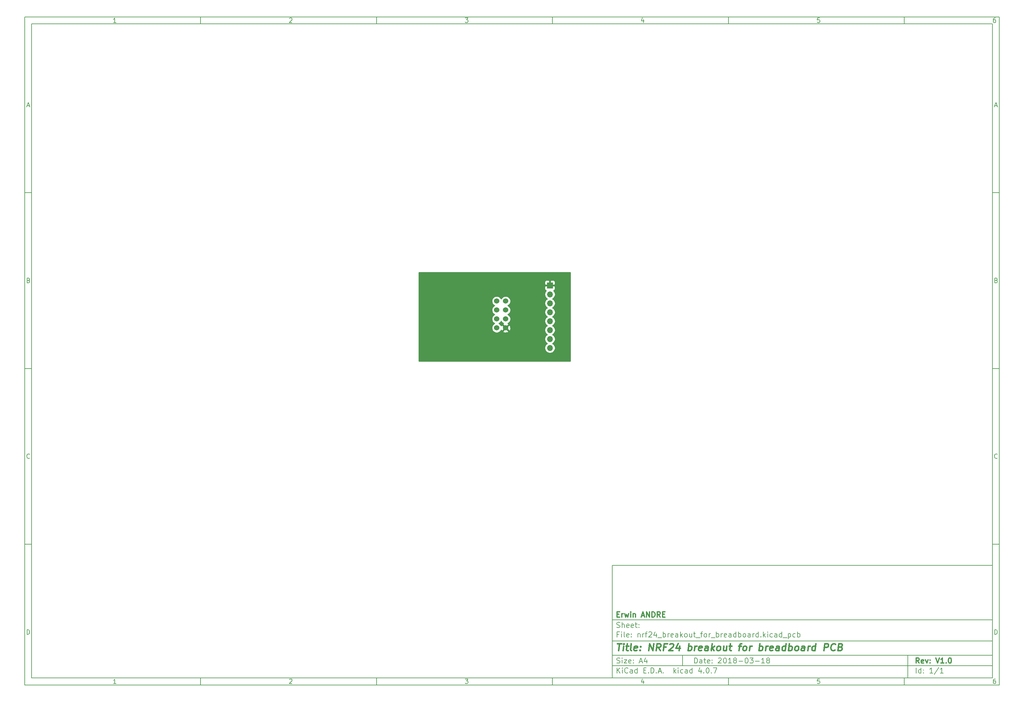
<source format=gbl>
G04 #@! TF.FileFunction,Copper,L2,Bot,Signal*
%FSLAX46Y46*%
G04 Gerber Fmt 4.6, Leading zero omitted, Abs format (unit mm)*
G04 Created by KiCad (PCBNEW 4.0.7) date 03/19/18 18:58:34*
%MOMM*%
%LPD*%
G01*
G04 APERTURE LIST*
%ADD10C,0.100000*%
%ADD11C,0.150000*%
%ADD12C,0.300000*%
%ADD13C,0.400000*%
%ADD14C,1.524000*%
%ADD15R,1.700000X1.700000*%
%ADD16O,1.700000X1.700000*%
%ADD17C,0.254000*%
G04 APERTURE END LIST*
D10*
D11*
X177002200Y-166007200D02*
X177002200Y-198007200D01*
X285002200Y-198007200D01*
X285002200Y-166007200D01*
X177002200Y-166007200D01*
D10*
D11*
X10000000Y-10000000D02*
X10000000Y-200007200D01*
X287002200Y-200007200D01*
X287002200Y-10000000D01*
X10000000Y-10000000D01*
D10*
D11*
X12000000Y-12000000D02*
X12000000Y-198007200D01*
X285002200Y-198007200D01*
X285002200Y-12000000D01*
X12000000Y-12000000D01*
D10*
D11*
X60000000Y-12000000D02*
X60000000Y-10000000D01*
D10*
D11*
X110000000Y-12000000D02*
X110000000Y-10000000D01*
D10*
D11*
X160000000Y-12000000D02*
X160000000Y-10000000D01*
D10*
D11*
X210000000Y-12000000D02*
X210000000Y-10000000D01*
D10*
D11*
X260000000Y-12000000D02*
X260000000Y-10000000D01*
D10*
D11*
X35990476Y-11588095D02*
X35247619Y-11588095D01*
X35619048Y-11588095D02*
X35619048Y-10288095D01*
X35495238Y-10473810D01*
X35371429Y-10597619D01*
X35247619Y-10659524D01*
D10*
D11*
X85247619Y-10411905D02*
X85309524Y-10350000D01*
X85433333Y-10288095D01*
X85742857Y-10288095D01*
X85866667Y-10350000D01*
X85928571Y-10411905D01*
X85990476Y-10535714D01*
X85990476Y-10659524D01*
X85928571Y-10845238D01*
X85185714Y-11588095D01*
X85990476Y-11588095D01*
D10*
D11*
X135185714Y-10288095D02*
X135990476Y-10288095D01*
X135557143Y-10783333D01*
X135742857Y-10783333D01*
X135866667Y-10845238D01*
X135928571Y-10907143D01*
X135990476Y-11030952D01*
X135990476Y-11340476D01*
X135928571Y-11464286D01*
X135866667Y-11526190D01*
X135742857Y-11588095D01*
X135371429Y-11588095D01*
X135247619Y-11526190D01*
X135185714Y-11464286D01*
D10*
D11*
X185866667Y-10721429D02*
X185866667Y-11588095D01*
X185557143Y-10226190D02*
X185247619Y-11154762D01*
X186052381Y-11154762D01*
D10*
D11*
X235928571Y-10288095D02*
X235309524Y-10288095D01*
X235247619Y-10907143D01*
X235309524Y-10845238D01*
X235433333Y-10783333D01*
X235742857Y-10783333D01*
X235866667Y-10845238D01*
X235928571Y-10907143D01*
X235990476Y-11030952D01*
X235990476Y-11340476D01*
X235928571Y-11464286D01*
X235866667Y-11526190D01*
X235742857Y-11588095D01*
X235433333Y-11588095D01*
X235309524Y-11526190D01*
X235247619Y-11464286D01*
D10*
D11*
X285866667Y-10288095D02*
X285619048Y-10288095D01*
X285495238Y-10350000D01*
X285433333Y-10411905D01*
X285309524Y-10597619D01*
X285247619Y-10845238D01*
X285247619Y-11340476D01*
X285309524Y-11464286D01*
X285371429Y-11526190D01*
X285495238Y-11588095D01*
X285742857Y-11588095D01*
X285866667Y-11526190D01*
X285928571Y-11464286D01*
X285990476Y-11340476D01*
X285990476Y-11030952D01*
X285928571Y-10907143D01*
X285866667Y-10845238D01*
X285742857Y-10783333D01*
X285495238Y-10783333D01*
X285371429Y-10845238D01*
X285309524Y-10907143D01*
X285247619Y-11030952D01*
D10*
D11*
X60000000Y-198007200D02*
X60000000Y-200007200D01*
D10*
D11*
X110000000Y-198007200D02*
X110000000Y-200007200D01*
D10*
D11*
X160000000Y-198007200D02*
X160000000Y-200007200D01*
D10*
D11*
X210000000Y-198007200D02*
X210000000Y-200007200D01*
D10*
D11*
X260000000Y-198007200D02*
X260000000Y-200007200D01*
D10*
D11*
X35990476Y-199595295D02*
X35247619Y-199595295D01*
X35619048Y-199595295D02*
X35619048Y-198295295D01*
X35495238Y-198481010D01*
X35371429Y-198604819D01*
X35247619Y-198666724D01*
D10*
D11*
X85247619Y-198419105D02*
X85309524Y-198357200D01*
X85433333Y-198295295D01*
X85742857Y-198295295D01*
X85866667Y-198357200D01*
X85928571Y-198419105D01*
X85990476Y-198542914D01*
X85990476Y-198666724D01*
X85928571Y-198852438D01*
X85185714Y-199595295D01*
X85990476Y-199595295D01*
D10*
D11*
X135185714Y-198295295D02*
X135990476Y-198295295D01*
X135557143Y-198790533D01*
X135742857Y-198790533D01*
X135866667Y-198852438D01*
X135928571Y-198914343D01*
X135990476Y-199038152D01*
X135990476Y-199347676D01*
X135928571Y-199471486D01*
X135866667Y-199533390D01*
X135742857Y-199595295D01*
X135371429Y-199595295D01*
X135247619Y-199533390D01*
X135185714Y-199471486D01*
D10*
D11*
X185866667Y-198728629D02*
X185866667Y-199595295D01*
X185557143Y-198233390D02*
X185247619Y-199161962D01*
X186052381Y-199161962D01*
D10*
D11*
X235928571Y-198295295D02*
X235309524Y-198295295D01*
X235247619Y-198914343D01*
X235309524Y-198852438D01*
X235433333Y-198790533D01*
X235742857Y-198790533D01*
X235866667Y-198852438D01*
X235928571Y-198914343D01*
X235990476Y-199038152D01*
X235990476Y-199347676D01*
X235928571Y-199471486D01*
X235866667Y-199533390D01*
X235742857Y-199595295D01*
X235433333Y-199595295D01*
X235309524Y-199533390D01*
X235247619Y-199471486D01*
D10*
D11*
X285866667Y-198295295D02*
X285619048Y-198295295D01*
X285495238Y-198357200D01*
X285433333Y-198419105D01*
X285309524Y-198604819D01*
X285247619Y-198852438D01*
X285247619Y-199347676D01*
X285309524Y-199471486D01*
X285371429Y-199533390D01*
X285495238Y-199595295D01*
X285742857Y-199595295D01*
X285866667Y-199533390D01*
X285928571Y-199471486D01*
X285990476Y-199347676D01*
X285990476Y-199038152D01*
X285928571Y-198914343D01*
X285866667Y-198852438D01*
X285742857Y-198790533D01*
X285495238Y-198790533D01*
X285371429Y-198852438D01*
X285309524Y-198914343D01*
X285247619Y-199038152D01*
D10*
D11*
X10000000Y-60000000D02*
X12000000Y-60000000D01*
D10*
D11*
X10000000Y-110000000D02*
X12000000Y-110000000D01*
D10*
D11*
X10000000Y-160000000D02*
X12000000Y-160000000D01*
D10*
D11*
X10690476Y-35216667D02*
X11309524Y-35216667D01*
X10566667Y-35588095D02*
X11000000Y-34288095D01*
X11433333Y-35588095D01*
D10*
D11*
X11092857Y-84907143D02*
X11278571Y-84969048D01*
X11340476Y-85030952D01*
X11402381Y-85154762D01*
X11402381Y-85340476D01*
X11340476Y-85464286D01*
X11278571Y-85526190D01*
X11154762Y-85588095D01*
X10659524Y-85588095D01*
X10659524Y-84288095D01*
X11092857Y-84288095D01*
X11216667Y-84350000D01*
X11278571Y-84411905D01*
X11340476Y-84535714D01*
X11340476Y-84659524D01*
X11278571Y-84783333D01*
X11216667Y-84845238D01*
X11092857Y-84907143D01*
X10659524Y-84907143D01*
D10*
D11*
X11402381Y-135464286D02*
X11340476Y-135526190D01*
X11154762Y-135588095D01*
X11030952Y-135588095D01*
X10845238Y-135526190D01*
X10721429Y-135402381D01*
X10659524Y-135278571D01*
X10597619Y-135030952D01*
X10597619Y-134845238D01*
X10659524Y-134597619D01*
X10721429Y-134473810D01*
X10845238Y-134350000D01*
X11030952Y-134288095D01*
X11154762Y-134288095D01*
X11340476Y-134350000D01*
X11402381Y-134411905D01*
D10*
D11*
X10659524Y-185588095D02*
X10659524Y-184288095D01*
X10969048Y-184288095D01*
X11154762Y-184350000D01*
X11278571Y-184473810D01*
X11340476Y-184597619D01*
X11402381Y-184845238D01*
X11402381Y-185030952D01*
X11340476Y-185278571D01*
X11278571Y-185402381D01*
X11154762Y-185526190D01*
X10969048Y-185588095D01*
X10659524Y-185588095D01*
D10*
D11*
X287002200Y-60000000D02*
X285002200Y-60000000D01*
D10*
D11*
X287002200Y-110000000D02*
X285002200Y-110000000D01*
D10*
D11*
X287002200Y-160000000D02*
X285002200Y-160000000D01*
D10*
D11*
X285692676Y-35216667D02*
X286311724Y-35216667D01*
X285568867Y-35588095D02*
X286002200Y-34288095D01*
X286435533Y-35588095D01*
D10*
D11*
X286095057Y-84907143D02*
X286280771Y-84969048D01*
X286342676Y-85030952D01*
X286404581Y-85154762D01*
X286404581Y-85340476D01*
X286342676Y-85464286D01*
X286280771Y-85526190D01*
X286156962Y-85588095D01*
X285661724Y-85588095D01*
X285661724Y-84288095D01*
X286095057Y-84288095D01*
X286218867Y-84350000D01*
X286280771Y-84411905D01*
X286342676Y-84535714D01*
X286342676Y-84659524D01*
X286280771Y-84783333D01*
X286218867Y-84845238D01*
X286095057Y-84907143D01*
X285661724Y-84907143D01*
D10*
D11*
X286404581Y-135464286D02*
X286342676Y-135526190D01*
X286156962Y-135588095D01*
X286033152Y-135588095D01*
X285847438Y-135526190D01*
X285723629Y-135402381D01*
X285661724Y-135278571D01*
X285599819Y-135030952D01*
X285599819Y-134845238D01*
X285661724Y-134597619D01*
X285723629Y-134473810D01*
X285847438Y-134350000D01*
X286033152Y-134288095D01*
X286156962Y-134288095D01*
X286342676Y-134350000D01*
X286404581Y-134411905D01*
D10*
D11*
X285661724Y-185588095D02*
X285661724Y-184288095D01*
X285971248Y-184288095D01*
X286156962Y-184350000D01*
X286280771Y-184473810D01*
X286342676Y-184597619D01*
X286404581Y-184845238D01*
X286404581Y-185030952D01*
X286342676Y-185278571D01*
X286280771Y-185402381D01*
X286156962Y-185526190D01*
X285971248Y-185588095D01*
X285661724Y-185588095D01*
D10*
D11*
X200359343Y-193785771D02*
X200359343Y-192285771D01*
X200716486Y-192285771D01*
X200930771Y-192357200D01*
X201073629Y-192500057D01*
X201145057Y-192642914D01*
X201216486Y-192928629D01*
X201216486Y-193142914D01*
X201145057Y-193428629D01*
X201073629Y-193571486D01*
X200930771Y-193714343D01*
X200716486Y-193785771D01*
X200359343Y-193785771D01*
X202502200Y-193785771D02*
X202502200Y-193000057D01*
X202430771Y-192857200D01*
X202287914Y-192785771D01*
X202002200Y-192785771D01*
X201859343Y-192857200D01*
X202502200Y-193714343D02*
X202359343Y-193785771D01*
X202002200Y-193785771D01*
X201859343Y-193714343D01*
X201787914Y-193571486D01*
X201787914Y-193428629D01*
X201859343Y-193285771D01*
X202002200Y-193214343D01*
X202359343Y-193214343D01*
X202502200Y-193142914D01*
X203002200Y-192785771D02*
X203573629Y-192785771D01*
X203216486Y-192285771D02*
X203216486Y-193571486D01*
X203287914Y-193714343D01*
X203430772Y-193785771D01*
X203573629Y-193785771D01*
X204645057Y-193714343D02*
X204502200Y-193785771D01*
X204216486Y-193785771D01*
X204073629Y-193714343D01*
X204002200Y-193571486D01*
X204002200Y-193000057D01*
X204073629Y-192857200D01*
X204216486Y-192785771D01*
X204502200Y-192785771D01*
X204645057Y-192857200D01*
X204716486Y-193000057D01*
X204716486Y-193142914D01*
X204002200Y-193285771D01*
X205359343Y-193642914D02*
X205430771Y-193714343D01*
X205359343Y-193785771D01*
X205287914Y-193714343D01*
X205359343Y-193642914D01*
X205359343Y-193785771D01*
X205359343Y-192857200D02*
X205430771Y-192928629D01*
X205359343Y-193000057D01*
X205287914Y-192928629D01*
X205359343Y-192857200D01*
X205359343Y-193000057D01*
X207145057Y-192428629D02*
X207216486Y-192357200D01*
X207359343Y-192285771D01*
X207716486Y-192285771D01*
X207859343Y-192357200D01*
X207930772Y-192428629D01*
X208002200Y-192571486D01*
X208002200Y-192714343D01*
X207930772Y-192928629D01*
X207073629Y-193785771D01*
X208002200Y-193785771D01*
X208930771Y-192285771D02*
X209073628Y-192285771D01*
X209216485Y-192357200D01*
X209287914Y-192428629D01*
X209359343Y-192571486D01*
X209430771Y-192857200D01*
X209430771Y-193214343D01*
X209359343Y-193500057D01*
X209287914Y-193642914D01*
X209216485Y-193714343D01*
X209073628Y-193785771D01*
X208930771Y-193785771D01*
X208787914Y-193714343D01*
X208716485Y-193642914D01*
X208645057Y-193500057D01*
X208573628Y-193214343D01*
X208573628Y-192857200D01*
X208645057Y-192571486D01*
X208716485Y-192428629D01*
X208787914Y-192357200D01*
X208930771Y-192285771D01*
X210859342Y-193785771D02*
X210002199Y-193785771D01*
X210430771Y-193785771D02*
X210430771Y-192285771D01*
X210287914Y-192500057D01*
X210145056Y-192642914D01*
X210002199Y-192714343D01*
X211716485Y-192928629D02*
X211573627Y-192857200D01*
X211502199Y-192785771D01*
X211430770Y-192642914D01*
X211430770Y-192571486D01*
X211502199Y-192428629D01*
X211573627Y-192357200D01*
X211716485Y-192285771D01*
X212002199Y-192285771D01*
X212145056Y-192357200D01*
X212216485Y-192428629D01*
X212287913Y-192571486D01*
X212287913Y-192642914D01*
X212216485Y-192785771D01*
X212145056Y-192857200D01*
X212002199Y-192928629D01*
X211716485Y-192928629D01*
X211573627Y-193000057D01*
X211502199Y-193071486D01*
X211430770Y-193214343D01*
X211430770Y-193500057D01*
X211502199Y-193642914D01*
X211573627Y-193714343D01*
X211716485Y-193785771D01*
X212002199Y-193785771D01*
X212145056Y-193714343D01*
X212216485Y-193642914D01*
X212287913Y-193500057D01*
X212287913Y-193214343D01*
X212216485Y-193071486D01*
X212145056Y-193000057D01*
X212002199Y-192928629D01*
X212930770Y-193214343D02*
X214073627Y-193214343D01*
X215073627Y-192285771D02*
X215216484Y-192285771D01*
X215359341Y-192357200D01*
X215430770Y-192428629D01*
X215502199Y-192571486D01*
X215573627Y-192857200D01*
X215573627Y-193214343D01*
X215502199Y-193500057D01*
X215430770Y-193642914D01*
X215359341Y-193714343D01*
X215216484Y-193785771D01*
X215073627Y-193785771D01*
X214930770Y-193714343D01*
X214859341Y-193642914D01*
X214787913Y-193500057D01*
X214716484Y-193214343D01*
X214716484Y-192857200D01*
X214787913Y-192571486D01*
X214859341Y-192428629D01*
X214930770Y-192357200D01*
X215073627Y-192285771D01*
X216073627Y-192285771D02*
X217002198Y-192285771D01*
X216502198Y-192857200D01*
X216716484Y-192857200D01*
X216859341Y-192928629D01*
X216930770Y-193000057D01*
X217002198Y-193142914D01*
X217002198Y-193500057D01*
X216930770Y-193642914D01*
X216859341Y-193714343D01*
X216716484Y-193785771D01*
X216287912Y-193785771D01*
X216145055Y-193714343D01*
X216073627Y-193642914D01*
X217645055Y-193214343D02*
X218787912Y-193214343D01*
X220287912Y-193785771D02*
X219430769Y-193785771D01*
X219859341Y-193785771D02*
X219859341Y-192285771D01*
X219716484Y-192500057D01*
X219573626Y-192642914D01*
X219430769Y-192714343D01*
X221145055Y-192928629D02*
X221002197Y-192857200D01*
X220930769Y-192785771D01*
X220859340Y-192642914D01*
X220859340Y-192571486D01*
X220930769Y-192428629D01*
X221002197Y-192357200D01*
X221145055Y-192285771D01*
X221430769Y-192285771D01*
X221573626Y-192357200D01*
X221645055Y-192428629D01*
X221716483Y-192571486D01*
X221716483Y-192642914D01*
X221645055Y-192785771D01*
X221573626Y-192857200D01*
X221430769Y-192928629D01*
X221145055Y-192928629D01*
X221002197Y-193000057D01*
X220930769Y-193071486D01*
X220859340Y-193214343D01*
X220859340Y-193500057D01*
X220930769Y-193642914D01*
X221002197Y-193714343D01*
X221145055Y-193785771D01*
X221430769Y-193785771D01*
X221573626Y-193714343D01*
X221645055Y-193642914D01*
X221716483Y-193500057D01*
X221716483Y-193214343D01*
X221645055Y-193071486D01*
X221573626Y-193000057D01*
X221430769Y-192928629D01*
D10*
D11*
X177002200Y-194507200D02*
X285002200Y-194507200D01*
D10*
D11*
X178359343Y-196585771D02*
X178359343Y-195085771D01*
X179216486Y-196585771D02*
X178573629Y-195728629D01*
X179216486Y-195085771D02*
X178359343Y-195942914D01*
X179859343Y-196585771D02*
X179859343Y-195585771D01*
X179859343Y-195085771D02*
X179787914Y-195157200D01*
X179859343Y-195228629D01*
X179930771Y-195157200D01*
X179859343Y-195085771D01*
X179859343Y-195228629D01*
X181430772Y-196442914D02*
X181359343Y-196514343D01*
X181145057Y-196585771D01*
X181002200Y-196585771D01*
X180787915Y-196514343D01*
X180645057Y-196371486D01*
X180573629Y-196228629D01*
X180502200Y-195942914D01*
X180502200Y-195728629D01*
X180573629Y-195442914D01*
X180645057Y-195300057D01*
X180787915Y-195157200D01*
X181002200Y-195085771D01*
X181145057Y-195085771D01*
X181359343Y-195157200D01*
X181430772Y-195228629D01*
X182716486Y-196585771D02*
X182716486Y-195800057D01*
X182645057Y-195657200D01*
X182502200Y-195585771D01*
X182216486Y-195585771D01*
X182073629Y-195657200D01*
X182716486Y-196514343D02*
X182573629Y-196585771D01*
X182216486Y-196585771D01*
X182073629Y-196514343D01*
X182002200Y-196371486D01*
X182002200Y-196228629D01*
X182073629Y-196085771D01*
X182216486Y-196014343D01*
X182573629Y-196014343D01*
X182716486Y-195942914D01*
X184073629Y-196585771D02*
X184073629Y-195085771D01*
X184073629Y-196514343D02*
X183930772Y-196585771D01*
X183645058Y-196585771D01*
X183502200Y-196514343D01*
X183430772Y-196442914D01*
X183359343Y-196300057D01*
X183359343Y-195871486D01*
X183430772Y-195728629D01*
X183502200Y-195657200D01*
X183645058Y-195585771D01*
X183930772Y-195585771D01*
X184073629Y-195657200D01*
X185930772Y-195800057D02*
X186430772Y-195800057D01*
X186645058Y-196585771D02*
X185930772Y-196585771D01*
X185930772Y-195085771D01*
X186645058Y-195085771D01*
X187287915Y-196442914D02*
X187359343Y-196514343D01*
X187287915Y-196585771D01*
X187216486Y-196514343D01*
X187287915Y-196442914D01*
X187287915Y-196585771D01*
X188002201Y-196585771D02*
X188002201Y-195085771D01*
X188359344Y-195085771D01*
X188573629Y-195157200D01*
X188716487Y-195300057D01*
X188787915Y-195442914D01*
X188859344Y-195728629D01*
X188859344Y-195942914D01*
X188787915Y-196228629D01*
X188716487Y-196371486D01*
X188573629Y-196514343D01*
X188359344Y-196585771D01*
X188002201Y-196585771D01*
X189502201Y-196442914D02*
X189573629Y-196514343D01*
X189502201Y-196585771D01*
X189430772Y-196514343D01*
X189502201Y-196442914D01*
X189502201Y-196585771D01*
X190145058Y-196157200D02*
X190859344Y-196157200D01*
X190002201Y-196585771D02*
X190502201Y-195085771D01*
X191002201Y-196585771D01*
X191502201Y-196442914D02*
X191573629Y-196514343D01*
X191502201Y-196585771D01*
X191430772Y-196514343D01*
X191502201Y-196442914D01*
X191502201Y-196585771D01*
X194502201Y-196585771D02*
X194502201Y-195085771D01*
X194645058Y-196014343D02*
X195073629Y-196585771D01*
X195073629Y-195585771D02*
X194502201Y-196157200D01*
X195716487Y-196585771D02*
X195716487Y-195585771D01*
X195716487Y-195085771D02*
X195645058Y-195157200D01*
X195716487Y-195228629D01*
X195787915Y-195157200D01*
X195716487Y-195085771D01*
X195716487Y-195228629D01*
X197073630Y-196514343D02*
X196930773Y-196585771D01*
X196645059Y-196585771D01*
X196502201Y-196514343D01*
X196430773Y-196442914D01*
X196359344Y-196300057D01*
X196359344Y-195871486D01*
X196430773Y-195728629D01*
X196502201Y-195657200D01*
X196645059Y-195585771D01*
X196930773Y-195585771D01*
X197073630Y-195657200D01*
X198359344Y-196585771D02*
X198359344Y-195800057D01*
X198287915Y-195657200D01*
X198145058Y-195585771D01*
X197859344Y-195585771D01*
X197716487Y-195657200D01*
X198359344Y-196514343D02*
X198216487Y-196585771D01*
X197859344Y-196585771D01*
X197716487Y-196514343D01*
X197645058Y-196371486D01*
X197645058Y-196228629D01*
X197716487Y-196085771D01*
X197859344Y-196014343D01*
X198216487Y-196014343D01*
X198359344Y-195942914D01*
X199716487Y-196585771D02*
X199716487Y-195085771D01*
X199716487Y-196514343D02*
X199573630Y-196585771D01*
X199287916Y-196585771D01*
X199145058Y-196514343D01*
X199073630Y-196442914D01*
X199002201Y-196300057D01*
X199002201Y-195871486D01*
X199073630Y-195728629D01*
X199145058Y-195657200D01*
X199287916Y-195585771D01*
X199573630Y-195585771D01*
X199716487Y-195657200D01*
X202216487Y-195585771D02*
X202216487Y-196585771D01*
X201859344Y-195014343D02*
X201502201Y-196085771D01*
X202430773Y-196085771D01*
X203002201Y-196442914D02*
X203073629Y-196514343D01*
X203002201Y-196585771D01*
X202930772Y-196514343D01*
X203002201Y-196442914D01*
X203002201Y-196585771D01*
X204002201Y-195085771D02*
X204145058Y-195085771D01*
X204287915Y-195157200D01*
X204359344Y-195228629D01*
X204430773Y-195371486D01*
X204502201Y-195657200D01*
X204502201Y-196014343D01*
X204430773Y-196300057D01*
X204359344Y-196442914D01*
X204287915Y-196514343D01*
X204145058Y-196585771D01*
X204002201Y-196585771D01*
X203859344Y-196514343D01*
X203787915Y-196442914D01*
X203716487Y-196300057D01*
X203645058Y-196014343D01*
X203645058Y-195657200D01*
X203716487Y-195371486D01*
X203787915Y-195228629D01*
X203859344Y-195157200D01*
X204002201Y-195085771D01*
X205145058Y-196442914D02*
X205216486Y-196514343D01*
X205145058Y-196585771D01*
X205073629Y-196514343D01*
X205145058Y-196442914D01*
X205145058Y-196585771D01*
X205716487Y-195085771D02*
X206716487Y-195085771D01*
X206073630Y-196585771D01*
D10*
D11*
X177002200Y-191507200D02*
X285002200Y-191507200D01*
D10*
D12*
X264216486Y-193785771D02*
X263716486Y-193071486D01*
X263359343Y-193785771D02*
X263359343Y-192285771D01*
X263930771Y-192285771D01*
X264073629Y-192357200D01*
X264145057Y-192428629D01*
X264216486Y-192571486D01*
X264216486Y-192785771D01*
X264145057Y-192928629D01*
X264073629Y-193000057D01*
X263930771Y-193071486D01*
X263359343Y-193071486D01*
X265430771Y-193714343D02*
X265287914Y-193785771D01*
X265002200Y-193785771D01*
X264859343Y-193714343D01*
X264787914Y-193571486D01*
X264787914Y-193000057D01*
X264859343Y-192857200D01*
X265002200Y-192785771D01*
X265287914Y-192785771D01*
X265430771Y-192857200D01*
X265502200Y-193000057D01*
X265502200Y-193142914D01*
X264787914Y-193285771D01*
X266002200Y-192785771D02*
X266359343Y-193785771D01*
X266716485Y-192785771D01*
X267287914Y-193642914D02*
X267359342Y-193714343D01*
X267287914Y-193785771D01*
X267216485Y-193714343D01*
X267287914Y-193642914D01*
X267287914Y-193785771D01*
X267287914Y-192857200D02*
X267359342Y-192928629D01*
X267287914Y-193000057D01*
X267216485Y-192928629D01*
X267287914Y-192857200D01*
X267287914Y-193000057D01*
X268930771Y-192285771D02*
X269430771Y-193785771D01*
X269930771Y-192285771D01*
X271216485Y-193785771D02*
X270359342Y-193785771D01*
X270787914Y-193785771D02*
X270787914Y-192285771D01*
X270645057Y-192500057D01*
X270502199Y-192642914D01*
X270359342Y-192714343D01*
X271859342Y-193642914D02*
X271930770Y-193714343D01*
X271859342Y-193785771D01*
X271787913Y-193714343D01*
X271859342Y-193642914D01*
X271859342Y-193785771D01*
X272859342Y-192285771D02*
X273002199Y-192285771D01*
X273145056Y-192357200D01*
X273216485Y-192428629D01*
X273287914Y-192571486D01*
X273359342Y-192857200D01*
X273359342Y-193214343D01*
X273287914Y-193500057D01*
X273216485Y-193642914D01*
X273145056Y-193714343D01*
X273002199Y-193785771D01*
X272859342Y-193785771D01*
X272716485Y-193714343D01*
X272645056Y-193642914D01*
X272573628Y-193500057D01*
X272502199Y-193214343D01*
X272502199Y-192857200D01*
X272573628Y-192571486D01*
X272645056Y-192428629D01*
X272716485Y-192357200D01*
X272859342Y-192285771D01*
D10*
D11*
X178287914Y-193714343D02*
X178502200Y-193785771D01*
X178859343Y-193785771D01*
X179002200Y-193714343D01*
X179073629Y-193642914D01*
X179145057Y-193500057D01*
X179145057Y-193357200D01*
X179073629Y-193214343D01*
X179002200Y-193142914D01*
X178859343Y-193071486D01*
X178573629Y-193000057D01*
X178430771Y-192928629D01*
X178359343Y-192857200D01*
X178287914Y-192714343D01*
X178287914Y-192571486D01*
X178359343Y-192428629D01*
X178430771Y-192357200D01*
X178573629Y-192285771D01*
X178930771Y-192285771D01*
X179145057Y-192357200D01*
X179787914Y-193785771D02*
X179787914Y-192785771D01*
X179787914Y-192285771D02*
X179716485Y-192357200D01*
X179787914Y-192428629D01*
X179859342Y-192357200D01*
X179787914Y-192285771D01*
X179787914Y-192428629D01*
X180359343Y-192785771D02*
X181145057Y-192785771D01*
X180359343Y-193785771D01*
X181145057Y-193785771D01*
X182287914Y-193714343D02*
X182145057Y-193785771D01*
X181859343Y-193785771D01*
X181716486Y-193714343D01*
X181645057Y-193571486D01*
X181645057Y-193000057D01*
X181716486Y-192857200D01*
X181859343Y-192785771D01*
X182145057Y-192785771D01*
X182287914Y-192857200D01*
X182359343Y-193000057D01*
X182359343Y-193142914D01*
X181645057Y-193285771D01*
X183002200Y-193642914D02*
X183073628Y-193714343D01*
X183002200Y-193785771D01*
X182930771Y-193714343D01*
X183002200Y-193642914D01*
X183002200Y-193785771D01*
X183002200Y-192857200D02*
X183073628Y-192928629D01*
X183002200Y-193000057D01*
X182930771Y-192928629D01*
X183002200Y-192857200D01*
X183002200Y-193000057D01*
X184787914Y-193357200D02*
X185502200Y-193357200D01*
X184645057Y-193785771D02*
X185145057Y-192285771D01*
X185645057Y-193785771D01*
X186787914Y-192785771D02*
X186787914Y-193785771D01*
X186430771Y-192214343D02*
X186073628Y-193285771D01*
X187002200Y-193285771D01*
D10*
D11*
X263359343Y-196585771D02*
X263359343Y-195085771D01*
X264716486Y-196585771D02*
X264716486Y-195085771D01*
X264716486Y-196514343D02*
X264573629Y-196585771D01*
X264287915Y-196585771D01*
X264145057Y-196514343D01*
X264073629Y-196442914D01*
X264002200Y-196300057D01*
X264002200Y-195871486D01*
X264073629Y-195728629D01*
X264145057Y-195657200D01*
X264287915Y-195585771D01*
X264573629Y-195585771D01*
X264716486Y-195657200D01*
X265430772Y-196442914D02*
X265502200Y-196514343D01*
X265430772Y-196585771D01*
X265359343Y-196514343D01*
X265430772Y-196442914D01*
X265430772Y-196585771D01*
X265430772Y-195657200D02*
X265502200Y-195728629D01*
X265430772Y-195800057D01*
X265359343Y-195728629D01*
X265430772Y-195657200D01*
X265430772Y-195800057D01*
X268073629Y-196585771D02*
X267216486Y-196585771D01*
X267645058Y-196585771D02*
X267645058Y-195085771D01*
X267502201Y-195300057D01*
X267359343Y-195442914D01*
X267216486Y-195514343D01*
X269787914Y-195014343D02*
X268502200Y-196942914D01*
X271073629Y-196585771D02*
X270216486Y-196585771D01*
X270645058Y-196585771D02*
X270645058Y-195085771D01*
X270502201Y-195300057D01*
X270359343Y-195442914D01*
X270216486Y-195514343D01*
D10*
D11*
X177002200Y-187507200D02*
X285002200Y-187507200D01*
D10*
D13*
X178454581Y-188211962D02*
X179597438Y-188211962D01*
X178776010Y-190211962D02*
X179026010Y-188211962D01*
X180014105Y-190211962D02*
X180180771Y-188878629D01*
X180264105Y-188211962D02*
X180156962Y-188307200D01*
X180240295Y-188402438D01*
X180347439Y-188307200D01*
X180264105Y-188211962D01*
X180240295Y-188402438D01*
X180847438Y-188878629D02*
X181609343Y-188878629D01*
X181216486Y-188211962D02*
X181002200Y-189926248D01*
X181073630Y-190116724D01*
X181252201Y-190211962D01*
X181442677Y-190211962D01*
X182395058Y-190211962D02*
X182216487Y-190116724D01*
X182145057Y-189926248D01*
X182359343Y-188211962D01*
X183930772Y-190116724D02*
X183728391Y-190211962D01*
X183347439Y-190211962D01*
X183168867Y-190116724D01*
X183097438Y-189926248D01*
X183192676Y-189164343D01*
X183311724Y-188973867D01*
X183514105Y-188878629D01*
X183895057Y-188878629D01*
X184073629Y-188973867D01*
X184145057Y-189164343D01*
X184121248Y-189354819D01*
X183145057Y-189545295D01*
X184895057Y-190021486D02*
X184978392Y-190116724D01*
X184871248Y-190211962D01*
X184787915Y-190116724D01*
X184895057Y-190021486D01*
X184871248Y-190211962D01*
X185026010Y-188973867D02*
X185109344Y-189069105D01*
X185002200Y-189164343D01*
X184918867Y-189069105D01*
X185026010Y-188973867D01*
X185002200Y-189164343D01*
X187347439Y-190211962D02*
X187597439Y-188211962D01*
X188490297Y-190211962D01*
X188740297Y-188211962D01*
X190585535Y-190211962D02*
X190037915Y-189259581D01*
X189442677Y-190211962D02*
X189692677Y-188211962D01*
X190454582Y-188211962D01*
X190633153Y-188307200D01*
X190716487Y-188402438D01*
X190787916Y-188592914D01*
X190752201Y-188878629D01*
X190633154Y-189069105D01*
X190526010Y-189164343D01*
X190323629Y-189259581D01*
X189561724Y-189259581D01*
X192240296Y-189164343D02*
X191573629Y-189164343D01*
X191442677Y-190211962D02*
X191692677Y-188211962D01*
X192645058Y-188211962D01*
X193287915Y-188402438D02*
X193395058Y-188307200D01*
X193597440Y-188211962D01*
X194073630Y-188211962D01*
X194252201Y-188307200D01*
X194335534Y-188402438D01*
X194406964Y-188592914D01*
X194383154Y-188783390D01*
X194252201Y-189069105D01*
X192966487Y-190211962D01*
X194204583Y-190211962D01*
X196085534Y-188878629D02*
X195918868Y-190211962D01*
X195704583Y-188116724D02*
X195049820Y-189545295D01*
X196287916Y-189545295D01*
X198490297Y-190211962D02*
X198740297Y-188211962D01*
X198645059Y-188973867D02*
X198847440Y-188878629D01*
X199228392Y-188878629D01*
X199406964Y-188973867D01*
X199490297Y-189069105D01*
X199561725Y-189259581D01*
X199490297Y-189831010D01*
X199371249Y-190021486D01*
X199264107Y-190116724D01*
X199061726Y-190211962D01*
X198680774Y-190211962D01*
X198502202Y-190116724D01*
X200299821Y-190211962D02*
X200466487Y-188878629D01*
X200418868Y-189259581D02*
X200537917Y-189069105D01*
X200645060Y-188973867D01*
X200847440Y-188878629D01*
X201037916Y-188878629D01*
X202311726Y-190116724D02*
X202109345Y-190211962D01*
X201728393Y-190211962D01*
X201549821Y-190116724D01*
X201478392Y-189926248D01*
X201573630Y-189164343D01*
X201692678Y-188973867D01*
X201895059Y-188878629D01*
X202276011Y-188878629D01*
X202454583Y-188973867D01*
X202526011Y-189164343D01*
X202502202Y-189354819D01*
X201526011Y-189545295D01*
X204109345Y-190211962D02*
X204240297Y-189164343D01*
X204168869Y-188973867D01*
X203990297Y-188878629D01*
X203609345Y-188878629D01*
X203406964Y-188973867D01*
X204121250Y-190116724D02*
X203918869Y-190211962D01*
X203442679Y-190211962D01*
X203264107Y-190116724D01*
X203192678Y-189926248D01*
X203216488Y-189735771D01*
X203335535Y-189545295D01*
X203537917Y-189450057D01*
X204014107Y-189450057D01*
X204216488Y-189354819D01*
X205061726Y-190211962D02*
X205311726Y-188211962D01*
X205347441Y-189450057D02*
X205823631Y-190211962D01*
X205990297Y-188878629D02*
X205133154Y-189640533D01*
X206966489Y-190211962D02*
X206787918Y-190116724D01*
X206704583Y-190021486D01*
X206633155Y-189831010D01*
X206704583Y-189259581D01*
X206823631Y-189069105D01*
X206930775Y-188973867D01*
X207133155Y-188878629D01*
X207418869Y-188878629D01*
X207597441Y-188973867D01*
X207680774Y-189069105D01*
X207752202Y-189259581D01*
X207680774Y-189831010D01*
X207561726Y-190021486D01*
X207454584Y-190116724D01*
X207252203Y-190211962D01*
X206966489Y-190211962D01*
X209514107Y-188878629D02*
X209347441Y-190211962D01*
X208656964Y-188878629D02*
X208526012Y-189926248D01*
X208597442Y-190116724D01*
X208776013Y-190211962D01*
X209061727Y-190211962D01*
X209264108Y-190116724D01*
X209371250Y-190021486D01*
X210180774Y-188878629D02*
X210942679Y-188878629D01*
X210549822Y-188211962D02*
X210335536Y-189926248D01*
X210406966Y-190116724D01*
X210585537Y-190211962D01*
X210776013Y-190211962D01*
X212847441Y-188878629D02*
X213609346Y-188878629D01*
X212966489Y-190211962D02*
X213180775Y-188497676D01*
X213299823Y-188307200D01*
X213502204Y-188211962D01*
X213692680Y-188211962D01*
X214395061Y-190211962D02*
X214216490Y-190116724D01*
X214133155Y-190021486D01*
X214061727Y-189831010D01*
X214133155Y-189259581D01*
X214252203Y-189069105D01*
X214359347Y-188973867D01*
X214561727Y-188878629D01*
X214847441Y-188878629D01*
X215026013Y-188973867D01*
X215109346Y-189069105D01*
X215180774Y-189259581D01*
X215109346Y-189831010D01*
X214990298Y-190021486D01*
X214883156Y-190116724D01*
X214680775Y-190211962D01*
X214395061Y-190211962D01*
X215918870Y-190211962D02*
X216085536Y-188878629D01*
X216037917Y-189259581D02*
X216156966Y-189069105D01*
X216264109Y-188973867D01*
X216466489Y-188878629D01*
X216656965Y-188878629D01*
X218680775Y-190211962D02*
X218930775Y-188211962D01*
X218835537Y-188973867D02*
X219037918Y-188878629D01*
X219418870Y-188878629D01*
X219597442Y-188973867D01*
X219680775Y-189069105D01*
X219752203Y-189259581D01*
X219680775Y-189831010D01*
X219561727Y-190021486D01*
X219454585Y-190116724D01*
X219252204Y-190211962D01*
X218871252Y-190211962D01*
X218692680Y-190116724D01*
X220490299Y-190211962D02*
X220656965Y-188878629D01*
X220609346Y-189259581D02*
X220728395Y-189069105D01*
X220835538Y-188973867D01*
X221037918Y-188878629D01*
X221228394Y-188878629D01*
X222502204Y-190116724D02*
X222299823Y-190211962D01*
X221918871Y-190211962D01*
X221740299Y-190116724D01*
X221668870Y-189926248D01*
X221764108Y-189164343D01*
X221883156Y-188973867D01*
X222085537Y-188878629D01*
X222466489Y-188878629D01*
X222645061Y-188973867D01*
X222716489Y-189164343D01*
X222692680Y-189354819D01*
X221716489Y-189545295D01*
X224299823Y-190211962D02*
X224430775Y-189164343D01*
X224359347Y-188973867D01*
X224180775Y-188878629D01*
X223799823Y-188878629D01*
X223597442Y-188973867D01*
X224311728Y-190116724D02*
X224109347Y-190211962D01*
X223633157Y-190211962D01*
X223454585Y-190116724D01*
X223383156Y-189926248D01*
X223406966Y-189735771D01*
X223526013Y-189545295D01*
X223728395Y-189450057D01*
X224204585Y-189450057D01*
X224406966Y-189354819D01*
X226109347Y-190211962D02*
X226359347Y-188211962D01*
X226121252Y-190116724D02*
X225918871Y-190211962D01*
X225537919Y-190211962D01*
X225359348Y-190116724D01*
X225276013Y-190021486D01*
X225204585Y-189831010D01*
X225276013Y-189259581D01*
X225395061Y-189069105D01*
X225502205Y-188973867D01*
X225704585Y-188878629D01*
X226085537Y-188878629D01*
X226264109Y-188973867D01*
X227061728Y-190211962D02*
X227311728Y-188211962D01*
X227216490Y-188973867D02*
X227418871Y-188878629D01*
X227799823Y-188878629D01*
X227978395Y-188973867D01*
X228061728Y-189069105D01*
X228133156Y-189259581D01*
X228061728Y-189831010D01*
X227942680Y-190021486D01*
X227835538Y-190116724D01*
X227633157Y-190211962D01*
X227252205Y-190211962D01*
X227073633Y-190116724D01*
X229156967Y-190211962D02*
X228978396Y-190116724D01*
X228895061Y-190021486D01*
X228823633Y-189831010D01*
X228895061Y-189259581D01*
X229014109Y-189069105D01*
X229121253Y-188973867D01*
X229323633Y-188878629D01*
X229609347Y-188878629D01*
X229787919Y-188973867D01*
X229871252Y-189069105D01*
X229942680Y-189259581D01*
X229871252Y-189831010D01*
X229752204Y-190021486D01*
X229645062Y-190116724D01*
X229442681Y-190211962D01*
X229156967Y-190211962D01*
X231537919Y-190211962D02*
X231668871Y-189164343D01*
X231597443Y-188973867D01*
X231418871Y-188878629D01*
X231037919Y-188878629D01*
X230835538Y-188973867D01*
X231549824Y-190116724D02*
X231347443Y-190211962D01*
X230871253Y-190211962D01*
X230692681Y-190116724D01*
X230621252Y-189926248D01*
X230645062Y-189735771D01*
X230764109Y-189545295D01*
X230966491Y-189450057D01*
X231442681Y-189450057D01*
X231645062Y-189354819D01*
X232490300Y-190211962D02*
X232656966Y-188878629D01*
X232609347Y-189259581D02*
X232728396Y-189069105D01*
X232835539Y-188973867D01*
X233037919Y-188878629D01*
X233228395Y-188878629D01*
X234585538Y-190211962D02*
X234835538Y-188211962D01*
X234597443Y-190116724D02*
X234395062Y-190211962D01*
X234014110Y-190211962D01*
X233835539Y-190116724D01*
X233752204Y-190021486D01*
X233680776Y-189831010D01*
X233752204Y-189259581D01*
X233871252Y-189069105D01*
X233978396Y-188973867D01*
X234180776Y-188878629D01*
X234561728Y-188878629D01*
X234740300Y-188973867D01*
X237061729Y-190211962D02*
X237311729Y-188211962D01*
X238073634Y-188211962D01*
X238252205Y-188307200D01*
X238335539Y-188402438D01*
X238406968Y-188592914D01*
X238371253Y-188878629D01*
X238252206Y-189069105D01*
X238145062Y-189164343D01*
X237942681Y-189259581D01*
X237180776Y-189259581D01*
X240228396Y-190021486D02*
X240121254Y-190116724D01*
X239823634Y-190211962D01*
X239633158Y-190211962D01*
X239359349Y-190116724D01*
X239192682Y-189926248D01*
X239121253Y-189735771D01*
X239073634Y-189354819D01*
X239109348Y-189069105D01*
X239252205Y-188688152D01*
X239371254Y-188497676D01*
X239585539Y-188307200D01*
X239883158Y-188211962D01*
X240073634Y-188211962D01*
X240347444Y-188307200D01*
X240430777Y-188402438D01*
X241859348Y-189164343D02*
X242133157Y-189259581D01*
X242216492Y-189354819D01*
X242287920Y-189545295D01*
X242252206Y-189831010D01*
X242133158Y-190021486D01*
X242026015Y-190116724D01*
X241823634Y-190211962D01*
X241061729Y-190211962D01*
X241311729Y-188211962D01*
X241978396Y-188211962D01*
X242156967Y-188307200D01*
X242240300Y-188402438D01*
X242311730Y-188592914D01*
X242287920Y-188783390D01*
X242168872Y-188973867D01*
X242061729Y-189069105D01*
X241859348Y-189164343D01*
X241192681Y-189164343D01*
D10*
D11*
X178859343Y-185600057D02*
X178359343Y-185600057D01*
X178359343Y-186385771D02*
X178359343Y-184885771D01*
X179073629Y-184885771D01*
X179645057Y-186385771D02*
X179645057Y-185385771D01*
X179645057Y-184885771D02*
X179573628Y-184957200D01*
X179645057Y-185028629D01*
X179716485Y-184957200D01*
X179645057Y-184885771D01*
X179645057Y-185028629D01*
X180573629Y-186385771D02*
X180430771Y-186314343D01*
X180359343Y-186171486D01*
X180359343Y-184885771D01*
X181716485Y-186314343D02*
X181573628Y-186385771D01*
X181287914Y-186385771D01*
X181145057Y-186314343D01*
X181073628Y-186171486D01*
X181073628Y-185600057D01*
X181145057Y-185457200D01*
X181287914Y-185385771D01*
X181573628Y-185385771D01*
X181716485Y-185457200D01*
X181787914Y-185600057D01*
X181787914Y-185742914D01*
X181073628Y-185885771D01*
X182430771Y-186242914D02*
X182502199Y-186314343D01*
X182430771Y-186385771D01*
X182359342Y-186314343D01*
X182430771Y-186242914D01*
X182430771Y-186385771D01*
X182430771Y-185457200D02*
X182502199Y-185528629D01*
X182430771Y-185600057D01*
X182359342Y-185528629D01*
X182430771Y-185457200D01*
X182430771Y-185600057D01*
X184287914Y-185385771D02*
X184287914Y-186385771D01*
X184287914Y-185528629D02*
X184359342Y-185457200D01*
X184502200Y-185385771D01*
X184716485Y-185385771D01*
X184859342Y-185457200D01*
X184930771Y-185600057D01*
X184930771Y-186385771D01*
X185645057Y-186385771D02*
X185645057Y-185385771D01*
X185645057Y-185671486D02*
X185716485Y-185528629D01*
X185787914Y-185457200D01*
X185930771Y-185385771D01*
X186073628Y-185385771D01*
X186359342Y-185385771D02*
X186930771Y-185385771D01*
X186573628Y-186385771D02*
X186573628Y-185100057D01*
X186645056Y-184957200D01*
X186787914Y-184885771D01*
X186930771Y-184885771D01*
X187359342Y-185028629D02*
X187430771Y-184957200D01*
X187573628Y-184885771D01*
X187930771Y-184885771D01*
X188073628Y-184957200D01*
X188145057Y-185028629D01*
X188216485Y-185171486D01*
X188216485Y-185314343D01*
X188145057Y-185528629D01*
X187287914Y-186385771D01*
X188216485Y-186385771D01*
X189502199Y-185385771D02*
X189502199Y-186385771D01*
X189145056Y-184814343D02*
X188787913Y-185885771D01*
X189716485Y-185885771D01*
X189930770Y-186528629D02*
X191073627Y-186528629D01*
X191430770Y-186385771D02*
X191430770Y-184885771D01*
X191430770Y-185457200D02*
X191573627Y-185385771D01*
X191859341Y-185385771D01*
X192002198Y-185457200D01*
X192073627Y-185528629D01*
X192145056Y-185671486D01*
X192145056Y-186100057D01*
X192073627Y-186242914D01*
X192002198Y-186314343D01*
X191859341Y-186385771D01*
X191573627Y-186385771D01*
X191430770Y-186314343D01*
X192787913Y-186385771D02*
X192787913Y-185385771D01*
X192787913Y-185671486D02*
X192859341Y-185528629D01*
X192930770Y-185457200D01*
X193073627Y-185385771D01*
X193216484Y-185385771D01*
X194287912Y-186314343D02*
X194145055Y-186385771D01*
X193859341Y-186385771D01*
X193716484Y-186314343D01*
X193645055Y-186171486D01*
X193645055Y-185600057D01*
X193716484Y-185457200D01*
X193859341Y-185385771D01*
X194145055Y-185385771D01*
X194287912Y-185457200D01*
X194359341Y-185600057D01*
X194359341Y-185742914D01*
X193645055Y-185885771D01*
X195645055Y-186385771D02*
X195645055Y-185600057D01*
X195573626Y-185457200D01*
X195430769Y-185385771D01*
X195145055Y-185385771D01*
X195002198Y-185457200D01*
X195645055Y-186314343D02*
X195502198Y-186385771D01*
X195145055Y-186385771D01*
X195002198Y-186314343D01*
X194930769Y-186171486D01*
X194930769Y-186028629D01*
X195002198Y-185885771D01*
X195145055Y-185814343D01*
X195502198Y-185814343D01*
X195645055Y-185742914D01*
X196359341Y-186385771D02*
X196359341Y-184885771D01*
X196502198Y-185814343D02*
X196930769Y-186385771D01*
X196930769Y-185385771D02*
X196359341Y-185957200D01*
X197787913Y-186385771D02*
X197645055Y-186314343D01*
X197573627Y-186242914D01*
X197502198Y-186100057D01*
X197502198Y-185671486D01*
X197573627Y-185528629D01*
X197645055Y-185457200D01*
X197787913Y-185385771D01*
X198002198Y-185385771D01*
X198145055Y-185457200D01*
X198216484Y-185528629D01*
X198287913Y-185671486D01*
X198287913Y-186100057D01*
X198216484Y-186242914D01*
X198145055Y-186314343D01*
X198002198Y-186385771D01*
X197787913Y-186385771D01*
X199573627Y-185385771D02*
X199573627Y-186385771D01*
X198930770Y-185385771D02*
X198930770Y-186171486D01*
X199002198Y-186314343D01*
X199145056Y-186385771D01*
X199359341Y-186385771D01*
X199502198Y-186314343D01*
X199573627Y-186242914D01*
X200073627Y-185385771D02*
X200645056Y-185385771D01*
X200287913Y-184885771D02*
X200287913Y-186171486D01*
X200359341Y-186314343D01*
X200502199Y-186385771D01*
X200645056Y-186385771D01*
X200787913Y-186528629D02*
X201930770Y-186528629D01*
X202073627Y-185385771D02*
X202645056Y-185385771D01*
X202287913Y-186385771D02*
X202287913Y-185100057D01*
X202359341Y-184957200D01*
X202502199Y-184885771D01*
X202645056Y-184885771D01*
X203359342Y-186385771D02*
X203216484Y-186314343D01*
X203145056Y-186242914D01*
X203073627Y-186100057D01*
X203073627Y-185671486D01*
X203145056Y-185528629D01*
X203216484Y-185457200D01*
X203359342Y-185385771D01*
X203573627Y-185385771D01*
X203716484Y-185457200D01*
X203787913Y-185528629D01*
X203859342Y-185671486D01*
X203859342Y-186100057D01*
X203787913Y-186242914D01*
X203716484Y-186314343D01*
X203573627Y-186385771D01*
X203359342Y-186385771D01*
X204502199Y-186385771D02*
X204502199Y-185385771D01*
X204502199Y-185671486D02*
X204573627Y-185528629D01*
X204645056Y-185457200D01*
X204787913Y-185385771D01*
X204930770Y-185385771D01*
X205073627Y-186528629D02*
X206216484Y-186528629D01*
X206573627Y-186385771D02*
X206573627Y-184885771D01*
X206573627Y-185457200D02*
X206716484Y-185385771D01*
X207002198Y-185385771D01*
X207145055Y-185457200D01*
X207216484Y-185528629D01*
X207287913Y-185671486D01*
X207287913Y-186100057D01*
X207216484Y-186242914D01*
X207145055Y-186314343D01*
X207002198Y-186385771D01*
X206716484Y-186385771D01*
X206573627Y-186314343D01*
X207930770Y-186385771D02*
X207930770Y-185385771D01*
X207930770Y-185671486D02*
X208002198Y-185528629D01*
X208073627Y-185457200D01*
X208216484Y-185385771D01*
X208359341Y-185385771D01*
X209430769Y-186314343D02*
X209287912Y-186385771D01*
X209002198Y-186385771D01*
X208859341Y-186314343D01*
X208787912Y-186171486D01*
X208787912Y-185600057D01*
X208859341Y-185457200D01*
X209002198Y-185385771D01*
X209287912Y-185385771D01*
X209430769Y-185457200D01*
X209502198Y-185600057D01*
X209502198Y-185742914D01*
X208787912Y-185885771D01*
X210787912Y-186385771D02*
X210787912Y-185600057D01*
X210716483Y-185457200D01*
X210573626Y-185385771D01*
X210287912Y-185385771D01*
X210145055Y-185457200D01*
X210787912Y-186314343D02*
X210645055Y-186385771D01*
X210287912Y-186385771D01*
X210145055Y-186314343D01*
X210073626Y-186171486D01*
X210073626Y-186028629D01*
X210145055Y-185885771D01*
X210287912Y-185814343D01*
X210645055Y-185814343D01*
X210787912Y-185742914D01*
X212145055Y-186385771D02*
X212145055Y-184885771D01*
X212145055Y-186314343D02*
X212002198Y-186385771D01*
X211716484Y-186385771D01*
X211573626Y-186314343D01*
X211502198Y-186242914D01*
X211430769Y-186100057D01*
X211430769Y-185671486D01*
X211502198Y-185528629D01*
X211573626Y-185457200D01*
X211716484Y-185385771D01*
X212002198Y-185385771D01*
X212145055Y-185457200D01*
X212859341Y-186385771D02*
X212859341Y-184885771D01*
X212859341Y-185457200D02*
X213002198Y-185385771D01*
X213287912Y-185385771D01*
X213430769Y-185457200D01*
X213502198Y-185528629D01*
X213573627Y-185671486D01*
X213573627Y-186100057D01*
X213502198Y-186242914D01*
X213430769Y-186314343D01*
X213287912Y-186385771D01*
X213002198Y-186385771D01*
X212859341Y-186314343D01*
X214430770Y-186385771D02*
X214287912Y-186314343D01*
X214216484Y-186242914D01*
X214145055Y-186100057D01*
X214145055Y-185671486D01*
X214216484Y-185528629D01*
X214287912Y-185457200D01*
X214430770Y-185385771D01*
X214645055Y-185385771D01*
X214787912Y-185457200D01*
X214859341Y-185528629D01*
X214930770Y-185671486D01*
X214930770Y-186100057D01*
X214859341Y-186242914D01*
X214787912Y-186314343D01*
X214645055Y-186385771D01*
X214430770Y-186385771D01*
X216216484Y-186385771D02*
X216216484Y-185600057D01*
X216145055Y-185457200D01*
X216002198Y-185385771D01*
X215716484Y-185385771D01*
X215573627Y-185457200D01*
X216216484Y-186314343D02*
X216073627Y-186385771D01*
X215716484Y-186385771D01*
X215573627Y-186314343D01*
X215502198Y-186171486D01*
X215502198Y-186028629D01*
X215573627Y-185885771D01*
X215716484Y-185814343D01*
X216073627Y-185814343D01*
X216216484Y-185742914D01*
X216930770Y-186385771D02*
X216930770Y-185385771D01*
X216930770Y-185671486D02*
X217002198Y-185528629D01*
X217073627Y-185457200D01*
X217216484Y-185385771D01*
X217359341Y-185385771D01*
X218502198Y-186385771D02*
X218502198Y-184885771D01*
X218502198Y-186314343D02*
X218359341Y-186385771D01*
X218073627Y-186385771D01*
X217930769Y-186314343D01*
X217859341Y-186242914D01*
X217787912Y-186100057D01*
X217787912Y-185671486D01*
X217859341Y-185528629D01*
X217930769Y-185457200D01*
X218073627Y-185385771D01*
X218359341Y-185385771D01*
X218502198Y-185457200D01*
X219216484Y-186242914D02*
X219287912Y-186314343D01*
X219216484Y-186385771D01*
X219145055Y-186314343D01*
X219216484Y-186242914D01*
X219216484Y-186385771D01*
X219930770Y-186385771D02*
X219930770Y-184885771D01*
X220073627Y-185814343D02*
X220502198Y-186385771D01*
X220502198Y-185385771D02*
X219930770Y-185957200D01*
X221145056Y-186385771D02*
X221145056Y-185385771D01*
X221145056Y-184885771D02*
X221073627Y-184957200D01*
X221145056Y-185028629D01*
X221216484Y-184957200D01*
X221145056Y-184885771D01*
X221145056Y-185028629D01*
X222502199Y-186314343D02*
X222359342Y-186385771D01*
X222073628Y-186385771D01*
X221930770Y-186314343D01*
X221859342Y-186242914D01*
X221787913Y-186100057D01*
X221787913Y-185671486D01*
X221859342Y-185528629D01*
X221930770Y-185457200D01*
X222073628Y-185385771D01*
X222359342Y-185385771D01*
X222502199Y-185457200D01*
X223787913Y-186385771D02*
X223787913Y-185600057D01*
X223716484Y-185457200D01*
X223573627Y-185385771D01*
X223287913Y-185385771D01*
X223145056Y-185457200D01*
X223787913Y-186314343D02*
X223645056Y-186385771D01*
X223287913Y-186385771D01*
X223145056Y-186314343D01*
X223073627Y-186171486D01*
X223073627Y-186028629D01*
X223145056Y-185885771D01*
X223287913Y-185814343D01*
X223645056Y-185814343D01*
X223787913Y-185742914D01*
X225145056Y-186385771D02*
X225145056Y-184885771D01*
X225145056Y-186314343D02*
X225002199Y-186385771D01*
X224716485Y-186385771D01*
X224573627Y-186314343D01*
X224502199Y-186242914D01*
X224430770Y-186100057D01*
X224430770Y-185671486D01*
X224502199Y-185528629D01*
X224573627Y-185457200D01*
X224716485Y-185385771D01*
X225002199Y-185385771D01*
X225145056Y-185457200D01*
X225502199Y-186528629D02*
X226645056Y-186528629D01*
X227002199Y-185385771D02*
X227002199Y-186885771D01*
X227002199Y-185457200D02*
X227145056Y-185385771D01*
X227430770Y-185385771D01*
X227573627Y-185457200D01*
X227645056Y-185528629D01*
X227716485Y-185671486D01*
X227716485Y-186100057D01*
X227645056Y-186242914D01*
X227573627Y-186314343D01*
X227430770Y-186385771D01*
X227145056Y-186385771D01*
X227002199Y-186314343D01*
X229002199Y-186314343D02*
X228859342Y-186385771D01*
X228573628Y-186385771D01*
X228430770Y-186314343D01*
X228359342Y-186242914D01*
X228287913Y-186100057D01*
X228287913Y-185671486D01*
X228359342Y-185528629D01*
X228430770Y-185457200D01*
X228573628Y-185385771D01*
X228859342Y-185385771D01*
X229002199Y-185457200D01*
X229645056Y-186385771D02*
X229645056Y-184885771D01*
X229645056Y-185457200D02*
X229787913Y-185385771D01*
X230073627Y-185385771D01*
X230216484Y-185457200D01*
X230287913Y-185528629D01*
X230359342Y-185671486D01*
X230359342Y-186100057D01*
X230287913Y-186242914D01*
X230216484Y-186314343D01*
X230073627Y-186385771D01*
X229787913Y-186385771D01*
X229645056Y-186314343D01*
D10*
D11*
X177002200Y-181507200D02*
X285002200Y-181507200D01*
D10*
D11*
X178287914Y-183614343D02*
X178502200Y-183685771D01*
X178859343Y-183685771D01*
X179002200Y-183614343D01*
X179073629Y-183542914D01*
X179145057Y-183400057D01*
X179145057Y-183257200D01*
X179073629Y-183114343D01*
X179002200Y-183042914D01*
X178859343Y-182971486D01*
X178573629Y-182900057D01*
X178430771Y-182828629D01*
X178359343Y-182757200D01*
X178287914Y-182614343D01*
X178287914Y-182471486D01*
X178359343Y-182328629D01*
X178430771Y-182257200D01*
X178573629Y-182185771D01*
X178930771Y-182185771D01*
X179145057Y-182257200D01*
X179787914Y-183685771D02*
X179787914Y-182185771D01*
X180430771Y-183685771D02*
X180430771Y-182900057D01*
X180359342Y-182757200D01*
X180216485Y-182685771D01*
X180002200Y-182685771D01*
X179859342Y-182757200D01*
X179787914Y-182828629D01*
X181716485Y-183614343D02*
X181573628Y-183685771D01*
X181287914Y-183685771D01*
X181145057Y-183614343D01*
X181073628Y-183471486D01*
X181073628Y-182900057D01*
X181145057Y-182757200D01*
X181287914Y-182685771D01*
X181573628Y-182685771D01*
X181716485Y-182757200D01*
X181787914Y-182900057D01*
X181787914Y-183042914D01*
X181073628Y-183185771D01*
X183002199Y-183614343D02*
X182859342Y-183685771D01*
X182573628Y-183685771D01*
X182430771Y-183614343D01*
X182359342Y-183471486D01*
X182359342Y-182900057D01*
X182430771Y-182757200D01*
X182573628Y-182685771D01*
X182859342Y-182685771D01*
X183002199Y-182757200D01*
X183073628Y-182900057D01*
X183073628Y-183042914D01*
X182359342Y-183185771D01*
X183502199Y-182685771D02*
X184073628Y-182685771D01*
X183716485Y-182185771D02*
X183716485Y-183471486D01*
X183787913Y-183614343D01*
X183930771Y-183685771D01*
X184073628Y-183685771D01*
X184573628Y-183542914D02*
X184645056Y-183614343D01*
X184573628Y-183685771D01*
X184502199Y-183614343D01*
X184573628Y-183542914D01*
X184573628Y-183685771D01*
X184573628Y-182757200D02*
X184645056Y-182828629D01*
X184573628Y-182900057D01*
X184502199Y-182828629D01*
X184573628Y-182757200D01*
X184573628Y-182900057D01*
D10*
D12*
X178359343Y-179900057D02*
X178859343Y-179900057D01*
X179073629Y-180685771D02*
X178359343Y-180685771D01*
X178359343Y-179185771D01*
X179073629Y-179185771D01*
X179716486Y-180685771D02*
X179716486Y-179685771D01*
X179716486Y-179971486D02*
X179787914Y-179828629D01*
X179859343Y-179757200D01*
X180002200Y-179685771D01*
X180145057Y-179685771D01*
X180502200Y-179685771D02*
X180787914Y-180685771D01*
X181073628Y-179971486D01*
X181359343Y-180685771D01*
X181645057Y-179685771D01*
X182216486Y-180685771D02*
X182216486Y-179685771D01*
X182216486Y-179185771D02*
X182145057Y-179257200D01*
X182216486Y-179328629D01*
X182287914Y-179257200D01*
X182216486Y-179185771D01*
X182216486Y-179328629D01*
X182930772Y-179685771D02*
X182930772Y-180685771D01*
X182930772Y-179828629D02*
X183002200Y-179757200D01*
X183145058Y-179685771D01*
X183359343Y-179685771D01*
X183502200Y-179757200D01*
X183573629Y-179900057D01*
X183573629Y-180685771D01*
X185359343Y-180257200D02*
X186073629Y-180257200D01*
X185216486Y-180685771D02*
X185716486Y-179185771D01*
X186216486Y-180685771D01*
X186716486Y-180685771D02*
X186716486Y-179185771D01*
X187573629Y-180685771D01*
X187573629Y-179185771D01*
X188287915Y-180685771D02*
X188287915Y-179185771D01*
X188645058Y-179185771D01*
X188859343Y-179257200D01*
X189002201Y-179400057D01*
X189073629Y-179542914D01*
X189145058Y-179828629D01*
X189145058Y-180042914D01*
X189073629Y-180328629D01*
X189002201Y-180471486D01*
X188859343Y-180614343D01*
X188645058Y-180685771D01*
X188287915Y-180685771D01*
X190645058Y-180685771D02*
X190145058Y-179971486D01*
X189787915Y-180685771D02*
X189787915Y-179185771D01*
X190359343Y-179185771D01*
X190502201Y-179257200D01*
X190573629Y-179328629D01*
X190645058Y-179471486D01*
X190645058Y-179685771D01*
X190573629Y-179828629D01*
X190502201Y-179900057D01*
X190359343Y-179971486D01*
X189787915Y-179971486D01*
X191287915Y-179900057D02*
X191787915Y-179900057D01*
X192002201Y-180685771D02*
X191287915Y-180685771D01*
X191287915Y-179185771D01*
X192002201Y-179185771D01*
D10*
D11*
X197002200Y-191507200D02*
X197002200Y-194507200D01*
D10*
D11*
X261002200Y-191507200D02*
X261002200Y-198007200D01*
D14*
X146685000Y-95885000D03*
X146685000Y-93345000D03*
X146685000Y-90805000D03*
X144145000Y-90805000D03*
X146685000Y-98425000D03*
X144145000Y-95885000D03*
X144145000Y-98425000D03*
X144145000Y-93345000D03*
D15*
X159258000Y-86360000D03*
D16*
X159258000Y-88900000D03*
X159258000Y-91440000D03*
X159258000Y-93980000D03*
X159258000Y-96520000D03*
X159258000Y-99060000D03*
X159258000Y-101600000D03*
X159258000Y-104140000D03*
D17*
G36*
X165025000Y-107875000D02*
X121995000Y-107875000D01*
X121995000Y-91081661D01*
X142747758Y-91081661D01*
X142959990Y-91595303D01*
X143352630Y-91988629D01*
X143560512Y-92074949D01*
X143354697Y-92159990D01*
X142961371Y-92552630D01*
X142748243Y-93065900D01*
X142747758Y-93621661D01*
X142959990Y-94135303D01*
X143352630Y-94528629D01*
X143560512Y-94614949D01*
X143354697Y-94699990D01*
X142961371Y-95092630D01*
X142748243Y-95605900D01*
X142747758Y-96161661D01*
X142959990Y-96675303D01*
X143352630Y-97068629D01*
X143560512Y-97154949D01*
X143354697Y-97239990D01*
X142961371Y-97632630D01*
X142748243Y-98145900D01*
X142747758Y-98701661D01*
X142959990Y-99215303D01*
X143352630Y-99608629D01*
X143865900Y-99821757D01*
X144421661Y-99822242D01*
X144935303Y-99610010D01*
X145140457Y-99405213D01*
X145884392Y-99405213D01*
X145953857Y-99647397D01*
X146477302Y-99834144D01*
X147032368Y-99806362D01*
X147416143Y-99647397D01*
X147485608Y-99405213D01*
X146685000Y-98604605D01*
X145884392Y-99405213D01*
X145140457Y-99405213D01*
X145328629Y-99217370D01*
X145408395Y-99025273D01*
X145462603Y-99156143D01*
X145704787Y-99225608D01*
X146505395Y-98425000D01*
X146864605Y-98425000D01*
X147665213Y-99225608D01*
X147907397Y-99156143D01*
X148094144Y-98632698D01*
X148066362Y-98077632D01*
X147907397Y-97693857D01*
X147665213Y-97624392D01*
X146864605Y-98425000D01*
X146505395Y-98425000D01*
X145704787Y-97624392D01*
X145462603Y-97693857D01*
X145412491Y-97834318D01*
X145330010Y-97634697D01*
X144937370Y-97241371D01*
X144729488Y-97155051D01*
X144935303Y-97070010D01*
X145328629Y-96677370D01*
X145414949Y-96469488D01*
X145499990Y-96675303D01*
X145892630Y-97068629D01*
X146084727Y-97148395D01*
X145953857Y-97202603D01*
X145884392Y-97444787D01*
X146685000Y-98245395D01*
X147485608Y-97444787D01*
X147416143Y-97202603D01*
X147275682Y-97152491D01*
X147475303Y-97070010D01*
X147868629Y-96677370D01*
X148081757Y-96164100D01*
X148082242Y-95608339D01*
X147870010Y-95094697D01*
X147477370Y-94701371D01*
X147269488Y-94615051D01*
X147475303Y-94530010D01*
X147868629Y-94137370D01*
X148081757Y-93624100D01*
X148082242Y-93068339D01*
X147870010Y-92554697D01*
X147477370Y-92161371D01*
X147269488Y-92075051D01*
X147475303Y-91990010D01*
X147868629Y-91597370D01*
X148081757Y-91084100D01*
X148082242Y-90528339D01*
X147870010Y-90014697D01*
X147477370Y-89621371D01*
X146964100Y-89408243D01*
X146408339Y-89407758D01*
X145894697Y-89619990D01*
X145501371Y-90012630D01*
X145415051Y-90220512D01*
X145330010Y-90014697D01*
X144937370Y-89621371D01*
X144424100Y-89408243D01*
X143868339Y-89407758D01*
X143354697Y-89619990D01*
X142961371Y-90012630D01*
X142748243Y-90525900D01*
X142747758Y-91081661D01*
X121995000Y-91081661D01*
X121995000Y-88900000D01*
X157743907Y-88900000D01*
X157856946Y-89468285D01*
X158178853Y-89950054D01*
X158508026Y-90170000D01*
X158178853Y-90389946D01*
X157856946Y-90871715D01*
X157743907Y-91440000D01*
X157856946Y-92008285D01*
X158178853Y-92490054D01*
X158508026Y-92710000D01*
X158178853Y-92929946D01*
X157856946Y-93411715D01*
X157743907Y-93980000D01*
X157856946Y-94548285D01*
X158178853Y-95030054D01*
X158508026Y-95250000D01*
X158178853Y-95469946D01*
X157856946Y-95951715D01*
X157743907Y-96520000D01*
X157856946Y-97088285D01*
X158178853Y-97570054D01*
X158508026Y-97790000D01*
X158178853Y-98009946D01*
X157856946Y-98491715D01*
X157743907Y-99060000D01*
X157856946Y-99628285D01*
X158178853Y-100110054D01*
X158508026Y-100330000D01*
X158178853Y-100549946D01*
X157856946Y-101031715D01*
X157743907Y-101600000D01*
X157856946Y-102168285D01*
X158178853Y-102650054D01*
X158508026Y-102870000D01*
X158178853Y-103089946D01*
X157856946Y-103571715D01*
X157743907Y-104140000D01*
X157856946Y-104708285D01*
X158178853Y-105190054D01*
X158660622Y-105511961D01*
X159228907Y-105625000D01*
X159287093Y-105625000D01*
X159855378Y-105511961D01*
X160337147Y-105190054D01*
X160659054Y-104708285D01*
X160772093Y-104140000D01*
X160659054Y-103571715D01*
X160337147Y-103089946D01*
X160007974Y-102870000D01*
X160337147Y-102650054D01*
X160659054Y-102168285D01*
X160772093Y-101600000D01*
X160659054Y-101031715D01*
X160337147Y-100549946D01*
X160007974Y-100330000D01*
X160337147Y-100110054D01*
X160659054Y-99628285D01*
X160772093Y-99060000D01*
X160659054Y-98491715D01*
X160337147Y-98009946D01*
X160007974Y-97790000D01*
X160337147Y-97570054D01*
X160659054Y-97088285D01*
X160772093Y-96520000D01*
X160659054Y-95951715D01*
X160337147Y-95469946D01*
X160007974Y-95250000D01*
X160337147Y-95030054D01*
X160659054Y-94548285D01*
X160772093Y-93980000D01*
X160659054Y-93411715D01*
X160337147Y-92929946D01*
X160007974Y-92710000D01*
X160337147Y-92490054D01*
X160659054Y-92008285D01*
X160772093Y-91440000D01*
X160659054Y-90871715D01*
X160337147Y-90389946D01*
X160007974Y-90170000D01*
X160337147Y-89950054D01*
X160659054Y-89468285D01*
X160772093Y-88900000D01*
X160659054Y-88331715D01*
X160337147Y-87849946D01*
X160293223Y-87820597D01*
X160467698Y-87748327D01*
X160646327Y-87569699D01*
X160743000Y-87336310D01*
X160743000Y-86645750D01*
X160584250Y-86487000D01*
X159385000Y-86487000D01*
X159385000Y-86507000D01*
X159131000Y-86507000D01*
X159131000Y-86487000D01*
X157931750Y-86487000D01*
X157773000Y-86645750D01*
X157773000Y-87336310D01*
X157869673Y-87569699D01*
X158048302Y-87748327D01*
X158222777Y-87820597D01*
X158178853Y-87849946D01*
X157856946Y-88331715D01*
X157743907Y-88900000D01*
X121995000Y-88900000D01*
X121995000Y-85383690D01*
X157773000Y-85383690D01*
X157773000Y-86074250D01*
X157931750Y-86233000D01*
X159131000Y-86233000D01*
X159131000Y-85033750D01*
X159385000Y-85033750D01*
X159385000Y-86233000D01*
X160584250Y-86233000D01*
X160743000Y-86074250D01*
X160743000Y-85383690D01*
X160646327Y-85150301D01*
X160467698Y-84971673D01*
X160234309Y-84875000D01*
X159543750Y-84875000D01*
X159385000Y-85033750D01*
X159131000Y-85033750D01*
X158972250Y-84875000D01*
X158281691Y-84875000D01*
X158048302Y-84971673D01*
X157869673Y-85150301D01*
X157773000Y-85383690D01*
X121995000Y-85383690D01*
X121995000Y-82625000D01*
X165025000Y-82625000D01*
X165025000Y-107875000D01*
X165025000Y-107875000D01*
G37*
X165025000Y-107875000D02*
X121995000Y-107875000D01*
X121995000Y-91081661D01*
X142747758Y-91081661D01*
X142959990Y-91595303D01*
X143352630Y-91988629D01*
X143560512Y-92074949D01*
X143354697Y-92159990D01*
X142961371Y-92552630D01*
X142748243Y-93065900D01*
X142747758Y-93621661D01*
X142959990Y-94135303D01*
X143352630Y-94528629D01*
X143560512Y-94614949D01*
X143354697Y-94699990D01*
X142961371Y-95092630D01*
X142748243Y-95605900D01*
X142747758Y-96161661D01*
X142959990Y-96675303D01*
X143352630Y-97068629D01*
X143560512Y-97154949D01*
X143354697Y-97239990D01*
X142961371Y-97632630D01*
X142748243Y-98145900D01*
X142747758Y-98701661D01*
X142959990Y-99215303D01*
X143352630Y-99608629D01*
X143865900Y-99821757D01*
X144421661Y-99822242D01*
X144935303Y-99610010D01*
X145140457Y-99405213D01*
X145884392Y-99405213D01*
X145953857Y-99647397D01*
X146477302Y-99834144D01*
X147032368Y-99806362D01*
X147416143Y-99647397D01*
X147485608Y-99405213D01*
X146685000Y-98604605D01*
X145884392Y-99405213D01*
X145140457Y-99405213D01*
X145328629Y-99217370D01*
X145408395Y-99025273D01*
X145462603Y-99156143D01*
X145704787Y-99225608D01*
X146505395Y-98425000D01*
X146864605Y-98425000D01*
X147665213Y-99225608D01*
X147907397Y-99156143D01*
X148094144Y-98632698D01*
X148066362Y-98077632D01*
X147907397Y-97693857D01*
X147665213Y-97624392D01*
X146864605Y-98425000D01*
X146505395Y-98425000D01*
X145704787Y-97624392D01*
X145462603Y-97693857D01*
X145412491Y-97834318D01*
X145330010Y-97634697D01*
X144937370Y-97241371D01*
X144729488Y-97155051D01*
X144935303Y-97070010D01*
X145328629Y-96677370D01*
X145414949Y-96469488D01*
X145499990Y-96675303D01*
X145892630Y-97068629D01*
X146084727Y-97148395D01*
X145953857Y-97202603D01*
X145884392Y-97444787D01*
X146685000Y-98245395D01*
X147485608Y-97444787D01*
X147416143Y-97202603D01*
X147275682Y-97152491D01*
X147475303Y-97070010D01*
X147868629Y-96677370D01*
X148081757Y-96164100D01*
X148082242Y-95608339D01*
X147870010Y-95094697D01*
X147477370Y-94701371D01*
X147269488Y-94615051D01*
X147475303Y-94530010D01*
X147868629Y-94137370D01*
X148081757Y-93624100D01*
X148082242Y-93068339D01*
X147870010Y-92554697D01*
X147477370Y-92161371D01*
X147269488Y-92075051D01*
X147475303Y-91990010D01*
X147868629Y-91597370D01*
X148081757Y-91084100D01*
X148082242Y-90528339D01*
X147870010Y-90014697D01*
X147477370Y-89621371D01*
X146964100Y-89408243D01*
X146408339Y-89407758D01*
X145894697Y-89619990D01*
X145501371Y-90012630D01*
X145415051Y-90220512D01*
X145330010Y-90014697D01*
X144937370Y-89621371D01*
X144424100Y-89408243D01*
X143868339Y-89407758D01*
X143354697Y-89619990D01*
X142961371Y-90012630D01*
X142748243Y-90525900D01*
X142747758Y-91081661D01*
X121995000Y-91081661D01*
X121995000Y-88900000D01*
X157743907Y-88900000D01*
X157856946Y-89468285D01*
X158178853Y-89950054D01*
X158508026Y-90170000D01*
X158178853Y-90389946D01*
X157856946Y-90871715D01*
X157743907Y-91440000D01*
X157856946Y-92008285D01*
X158178853Y-92490054D01*
X158508026Y-92710000D01*
X158178853Y-92929946D01*
X157856946Y-93411715D01*
X157743907Y-93980000D01*
X157856946Y-94548285D01*
X158178853Y-95030054D01*
X158508026Y-95250000D01*
X158178853Y-95469946D01*
X157856946Y-95951715D01*
X157743907Y-96520000D01*
X157856946Y-97088285D01*
X158178853Y-97570054D01*
X158508026Y-97790000D01*
X158178853Y-98009946D01*
X157856946Y-98491715D01*
X157743907Y-99060000D01*
X157856946Y-99628285D01*
X158178853Y-100110054D01*
X158508026Y-100330000D01*
X158178853Y-100549946D01*
X157856946Y-101031715D01*
X157743907Y-101600000D01*
X157856946Y-102168285D01*
X158178853Y-102650054D01*
X158508026Y-102870000D01*
X158178853Y-103089946D01*
X157856946Y-103571715D01*
X157743907Y-104140000D01*
X157856946Y-104708285D01*
X158178853Y-105190054D01*
X158660622Y-105511961D01*
X159228907Y-105625000D01*
X159287093Y-105625000D01*
X159855378Y-105511961D01*
X160337147Y-105190054D01*
X160659054Y-104708285D01*
X160772093Y-104140000D01*
X160659054Y-103571715D01*
X160337147Y-103089946D01*
X160007974Y-102870000D01*
X160337147Y-102650054D01*
X160659054Y-102168285D01*
X160772093Y-101600000D01*
X160659054Y-101031715D01*
X160337147Y-100549946D01*
X160007974Y-100330000D01*
X160337147Y-100110054D01*
X160659054Y-99628285D01*
X160772093Y-99060000D01*
X160659054Y-98491715D01*
X160337147Y-98009946D01*
X160007974Y-97790000D01*
X160337147Y-97570054D01*
X160659054Y-97088285D01*
X160772093Y-96520000D01*
X160659054Y-95951715D01*
X160337147Y-95469946D01*
X160007974Y-95250000D01*
X160337147Y-95030054D01*
X160659054Y-94548285D01*
X160772093Y-93980000D01*
X160659054Y-93411715D01*
X160337147Y-92929946D01*
X160007974Y-92710000D01*
X160337147Y-92490054D01*
X160659054Y-92008285D01*
X160772093Y-91440000D01*
X160659054Y-90871715D01*
X160337147Y-90389946D01*
X160007974Y-90170000D01*
X160337147Y-89950054D01*
X160659054Y-89468285D01*
X160772093Y-88900000D01*
X160659054Y-88331715D01*
X160337147Y-87849946D01*
X160293223Y-87820597D01*
X160467698Y-87748327D01*
X160646327Y-87569699D01*
X160743000Y-87336310D01*
X160743000Y-86645750D01*
X160584250Y-86487000D01*
X159385000Y-86487000D01*
X159385000Y-86507000D01*
X159131000Y-86507000D01*
X159131000Y-86487000D01*
X157931750Y-86487000D01*
X157773000Y-86645750D01*
X157773000Y-87336310D01*
X157869673Y-87569699D01*
X158048302Y-87748327D01*
X158222777Y-87820597D01*
X158178853Y-87849946D01*
X157856946Y-88331715D01*
X157743907Y-88900000D01*
X121995000Y-88900000D01*
X121995000Y-85383690D01*
X157773000Y-85383690D01*
X157773000Y-86074250D01*
X157931750Y-86233000D01*
X159131000Y-86233000D01*
X159131000Y-85033750D01*
X159385000Y-85033750D01*
X159385000Y-86233000D01*
X160584250Y-86233000D01*
X160743000Y-86074250D01*
X160743000Y-85383690D01*
X160646327Y-85150301D01*
X160467698Y-84971673D01*
X160234309Y-84875000D01*
X159543750Y-84875000D01*
X159385000Y-85033750D01*
X159131000Y-85033750D01*
X158972250Y-84875000D01*
X158281691Y-84875000D01*
X158048302Y-84971673D01*
X157869673Y-85150301D01*
X157773000Y-85383690D01*
X121995000Y-85383690D01*
X121995000Y-82625000D01*
X165025000Y-82625000D01*
X165025000Y-107875000D01*
M02*

</source>
